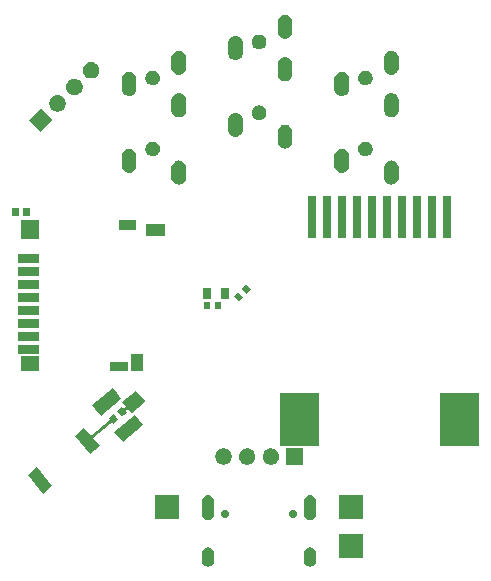
<source format=gbs>
G04 #@! TF.GenerationSoftware,KiCad,Pcbnew,5.1.5+dfsg1-2build2*
G04 #@! TF.CreationDate,2020-11-19T00:01:25+01:00*
G04 #@! TF.ProjectId,OtterCastAudioV2,4f747465-7243-4617-9374-417564696f56,rev?*
G04 #@! TF.SameCoordinates,Original*
G04 #@! TF.FileFunction,Soldermask,Bot*
G04 #@! TF.FilePolarity,Negative*
%FSLAX46Y46*%
G04 Gerber Fmt 4.6, Leading zero omitted, Abs format (unit mm)*
G04 Created by KiCad (PCBNEW 5.1.5+dfsg1-2build2) date 2020-11-19 00:01:25*
%MOMM*%
%LPD*%
G04 APERTURE LIST*
%ADD10C,0.100000*%
G04 APERTURE END LIST*
D10*
G36*
X95781937Y-121082524D02*
G01*
X95879957Y-121112258D01*
X95879960Y-121112260D01*
X95879961Y-121112260D01*
X95970295Y-121160544D01*
X96049475Y-121225525D01*
X96114456Y-121304705D01*
X96162740Y-121395038D01*
X96162742Y-121395042D01*
X96192476Y-121493062D01*
X96200000Y-121569455D01*
X96200000Y-122220545D01*
X96192476Y-122296938D01*
X96162742Y-122394958D01*
X96162740Y-122394961D01*
X96162740Y-122394962D01*
X96114456Y-122485295D01*
X96049475Y-122564475D01*
X95970295Y-122629456D01*
X95879962Y-122677740D01*
X95879958Y-122677742D01*
X95781938Y-122707476D01*
X95680000Y-122717516D01*
X95578063Y-122707476D01*
X95480043Y-122677742D01*
X95480039Y-122677740D01*
X95389706Y-122629456D01*
X95310526Y-122564475D01*
X95245545Y-122485295D01*
X95197260Y-122394962D01*
X95189523Y-122369456D01*
X95167525Y-122296938D01*
X95165679Y-122278196D01*
X95160000Y-122220541D01*
X95160000Y-121569455D01*
X95167524Y-121493063D01*
X95197258Y-121395043D01*
X95197261Y-121395038D01*
X95245544Y-121304705D01*
X95310525Y-121225525D01*
X95389705Y-121160544D01*
X95480038Y-121112260D01*
X95480039Y-121112260D01*
X95480042Y-121112258D01*
X95578062Y-121082524D01*
X95680000Y-121072484D01*
X95781937Y-121082524D01*
G37*
G36*
X104421937Y-121082524D02*
G01*
X104519957Y-121112258D01*
X104519960Y-121112260D01*
X104519961Y-121112260D01*
X104610295Y-121160544D01*
X104689475Y-121225525D01*
X104754456Y-121304705D01*
X104802740Y-121395038D01*
X104802742Y-121395042D01*
X104832476Y-121493062D01*
X104840000Y-121569455D01*
X104840000Y-122220545D01*
X104832476Y-122296938D01*
X104802742Y-122394958D01*
X104802740Y-122394961D01*
X104802740Y-122394962D01*
X104754456Y-122485295D01*
X104689475Y-122564475D01*
X104610295Y-122629456D01*
X104519962Y-122677740D01*
X104519958Y-122677742D01*
X104421938Y-122707476D01*
X104320000Y-122717516D01*
X104218063Y-122707476D01*
X104120043Y-122677742D01*
X104120039Y-122677740D01*
X104029706Y-122629456D01*
X103950526Y-122564475D01*
X103885545Y-122485295D01*
X103837260Y-122394962D01*
X103829523Y-122369456D01*
X103807525Y-122296938D01*
X103805679Y-122278196D01*
X103800000Y-122220541D01*
X103800000Y-121569455D01*
X103807524Y-121493063D01*
X103837258Y-121395043D01*
X103837261Y-121395038D01*
X103885544Y-121304705D01*
X103950525Y-121225525D01*
X104029705Y-121160544D01*
X104120038Y-121112260D01*
X104120039Y-121112260D01*
X104120042Y-121112258D01*
X104218062Y-121082524D01*
X104320000Y-121072484D01*
X104421937Y-121082524D01*
G37*
G36*
X108800000Y-122000000D02*
G01*
X106800000Y-122000000D01*
X106800000Y-120000000D01*
X108800000Y-120000000D01*
X108800000Y-122000000D01*
G37*
G36*
X95781937Y-116652524D02*
G01*
X95879957Y-116682258D01*
X95879960Y-116682260D01*
X95879961Y-116682260D01*
X95970295Y-116730544D01*
X96049475Y-116795525D01*
X96114456Y-116874705D01*
X96162740Y-116965038D01*
X96162742Y-116965042D01*
X96192476Y-117063062D01*
X96200000Y-117139455D01*
X96200000Y-118290545D01*
X96192476Y-118366938D01*
X96162742Y-118464958D01*
X96162740Y-118464961D01*
X96162740Y-118464962D01*
X96114456Y-118555295D01*
X96049475Y-118634475D01*
X95970295Y-118699456D01*
X95879962Y-118747740D01*
X95879958Y-118747742D01*
X95781938Y-118777476D01*
X95680000Y-118787516D01*
X95578063Y-118777476D01*
X95480043Y-118747742D01*
X95480039Y-118747740D01*
X95389706Y-118699456D01*
X95310526Y-118634475D01*
X95245545Y-118555295D01*
X95197261Y-118464962D01*
X95197261Y-118464961D01*
X95197259Y-118464958D01*
X95167525Y-118366938D01*
X95160001Y-118290545D01*
X95160000Y-117139456D01*
X95167524Y-117063063D01*
X95197258Y-116965043D01*
X95197261Y-116965038D01*
X95245544Y-116874705D01*
X95310525Y-116795525D01*
X95389705Y-116730544D01*
X95480038Y-116682260D01*
X95480039Y-116682260D01*
X95480042Y-116682258D01*
X95578062Y-116652524D01*
X95680000Y-116642484D01*
X95781937Y-116652524D01*
G37*
G36*
X104421937Y-116652524D02*
G01*
X104519957Y-116682258D01*
X104519960Y-116682260D01*
X104519961Y-116682260D01*
X104610295Y-116730544D01*
X104689475Y-116795525D01*
X104754456Y-116874705D01*
X104802740Y-116965038D01*
X104802742Y-116965042D01*
X104832476Y-117063062D01*
X104840000Y-117139455D01*
X104840000Y-118290545D01*
X104832476Y-118366938D01*
X104802742Y-118464958D01*
X104802740Y-118464961D01*
X104802740Y-118464962D01*
X104754456Y-118555295D01*
X104689475Y-118634475D01*
X104610295Y-118699456D01*
X104519962Y-118747740D01*
X104519958Y-118747742D01*
X104421938Y-118777476D01*
X104320000Y-118787516D01*
X104218063Y-118777476D01*
X104120043Y-118747742D01*
X104120039Y-118747740D01*
X104029706Y-118699456D01*
X103950526Y-118634475D01*
X103885545Y-118555295D01*
X103837261Y-118464962D01*
X103837261Y-118464961D01*
X103837259Y-118464958D01*
X103807525Y-118366938D01*
X103800001Y-118290545D01*
X103800000Y-117139456D01*
X103807524Y-117063063D01*
X103837258Y-116965043D01*
X103837261Y-116965038D01*
X103885544Y-116874705D01*
X103950525Y-116795525D01*
X104029705Y-116730544D01*
X104120038Y-116682260D01*
X104120039Y-116682260D01*
X104120042Y-116682258D01*
X104218062Y-116652524D01*
X104320000Y-116642484D01*
X104421937Y-116652524D01*
G37*
G36*
X93200000Y-118650000D02*
G01*
X91200000Y-118650000D01*
X91200000Y-116650000D01*
X93200000Y-116650000D01*
X93200000Y-118650000D01*
G37*
G36*
X108800000Y-118650000D02*
G01*
X106800000Y-118650000D01*
X106800000Y-116650000D01*
X108800000Y-116650000D01*
X108800000Y-118650000D01*
G37*
G36*
X102990633Y-117913258D02*
G01*
X103022026Y-117926262D01*
X103053418Y-117939264D01*
X103109925Y-117977022D01*
X103157978Y-118025075D01*
X103195736Y-118081582D01*
X103208738Y-118112974D01*
X103221742Y-118144367D01*
X103235000Y-118211020D01*
X103235000Y-118278980D01*
X103221742Y-118345633D01*
X103212917Y-118366938D01*
X103195736Y-118408418D01*
X103157978Y-118464925D01*
X103109925Y-118512978D01*
X103053418Y-118550736D01*
X103022026Y-118563739D01*
X102990633Y-118576742D01*
X102923980Y-118590000D01*
X102856020Y-118590000D01*
X102789367Y-118576742D01*
X102757974Y-118563739D01*
X102726582Y-118550736D01*
X102670075Y-118512978D01*
X102622022Y-118464925D01*
X102584264Y-118408418D01*
X102567083Y-118366938D01*
X102558258Y-118345633D01*
X102545000Y-118278980D01*
X102545000Y-118211020D01*
X102558258Y-118144367D01*
X102571261Y-118112974D01*
X102584264Y-118081582D01*
X102622022Y-118025075D01*
X102670075Y-117977022D01*
X102726582Y-117939264D01*
X102757974Y-117926262D01*
X102789367Y-117913258D01*
X102856020Y-117900000D01*
X102923980Y-117900000D01*
X102990633Y-117913258D01*
G37*
G36*
X97210633Y-117913258D02*
G01*
X97242026Y-117926262D01*
X97273418Y-117939264D01*
X97329925Y-117977022D01*
X97377978Y-118025075D01*
X97415736Y-118081582D01*
X97428738Y-118112974D01*
X97441742Y-118144367D01*
X97455000Y-118211020D01*
X97455000Y-118278980D01*
X97441742Y-118345633D01*
X97432917Y-118366938D01*
X97415736Y-118408418D01*
X97377978Y-118464925D01*
X97329925Y-118512978D01*
X97273418Y-118550736D01*
X97242026Y-118563739D01*
X97210633Y-118576742D01*
X97143980Y-118590000D01*
X97076020Y-118590000D01*
X97009367Y-118576742D01*
X96977974Y-118563739D01*
X96946582Y-118550736D01*
X96890075Y-118512978D01*
X96842022Y-118464925D01*
X96804264Y-118408418D01*
X96787083Y-118366938D01*
X96778258Y-118345633D01*
X96765000Y-118278980D01*
X96765000Y-118211020D01*
X96778258Y-118144367D01*
X96791261Y-118112974D01*
X96804264Y-118081582D01*
X96842022Y-118025075D01*
X96890075Y-117977022D01*
X96946582Y-117939264D01*
X96977974Y-117926262D01*
X97009367Y-117913258D01*
X97076020Y-117900000D01*
X97143980Y-117900000D01*
X97210633Y-117913258D01*
G37*
G36*
X82512271Y-115868364D02*
G01*
X81715584Y-116536863D01*
X80404297Y-114974132D01*
X81200984Y-114305633D01*
X82512271Y-115868364D01*
G37*
G36*
X101202724Y-112731708D02*
G01*
X101329206Y-112784099D01*
X101443037Y-112860158D01*
X101539842Y-112956963D01*
X101615901Y-113070794D01*
X101668292Y-113197276D01*
X101695000Y-113331548D01*
X101695000Y-113468452D01*
X101668292Y-113602724D01*
X101615901Y-113729206D01*
X101539842Y-113843037D01*
X101443037Y-113939842D01*
X101329206Y-114015901D01*
X101202724Y-114068292D01*
X101068452Y-114095000D01*
X100931548Y-114095000D01*
X100797276Y-114068292D01*
X100670794Y-114015901D01*
X100556963Y-113939842D01*
X100460158Y-113843037D01*
X100384099Y-113729206D01*
X100331708Y-113602724D01*
X100305000Y-113468452D01*
X100305000Y-113331548D01*
X100331708Y-113197276D01*
X100384099Y-113070794D01*
X100460158Y-112956963D01*
X100556963Y-112860158D01*
X100670794Y-112784099D01*
X100797276Y-112731708D01*
X100931548Y-112705000D01*
X101068452Y-112705000D01*
X101202724Y-112731708D01*
G37*
G36*
X99202724Y-112731708D02*
G01*
X99329206Y-112784099D01*
X99443037Y-112860158D01*
X99539842Y-112956963D01*
X99615901Y-113070794D01*
X99668292Y-113197276D01*
X99695000Y-113331548D01*
X99695000Y-113468452D01*
X99668292Y-113602724D01*
X99615901Y-113729206D01*
X99539842Y-113843037D01*
X99443037Y-113939842D01*
X99329206Y-114015901D01*
X99202724Y-114068292D01*
X99068452Y-114095000D01*
X98931548Y-114095000D01*
X98797276Y-114068292D01*
X98670794Y-114015901D01*
X98556963Y-113939842D01*
X98460158Y-113843037D01*
X98384099Y-113729206D01*
X98331708Y-113602724D01*
X98305000Y-113468452D01*
X98305000Y-113331548D01*
X98331708Y-113197276D01*
X98384099Y-113070794D01*
X98460158Y-112956963D01*
X98556963Y-112860158D01*
X98670794Y-112784099D01*
X98797276Y-112731708D01*
X98931548Y-112705000D01*
X99068452Y-112705000D01*
X99202724Y-112731708D01*
G37*
G36*
X103695000Y-114095000D02*
G01*
X102305000Y-114095000D01*
X102305000Y-112705000D01*
X103695000Y-112705000D01*
X103695000Y-114095000D01*
G37*
G36*
X97202724Y-112731708D02*
G01*
X97329206Y-112784099D01*
X97443037Y-112860158D01*
X97539842Y-112956963D01*
X97615901Y-113070794D01*
X97668292Y-113197276D01*
X97695000Y-113331548D01*
X97695000Y-113468452D01*
X97668292Y-113602724D01*
X97615901Y-113729206D01*
X97539842Y-113843037D01*
X97443037Y-113939842D01*
X97329206Y-114015901D01*
X97202724Y-114068292D01*
X97068452Y-114095000D01*
X96931548Y-114095000D01*
X96797276Y-114068292D01*
X96670794Y-114015901D01*
X96556963Y-113939842D01*
X96460158Y-113843037D01*
X96384099Y-113729206D01*
X96331708Y-113602724D01*
X96305000Y-113468452D01*
X96305000Y-113331548D01*
X96331708Y-113197276D01*
X96384099Y-113070794D01*
X96460158Y-112956963D01*
X96556963Y-112860158D01*
X96670794Y-112784099D01*
X96797276Y-112731708D01*
X96931548Y-112705000D01*
X97068452Y-112705000D01*
X97202724Y-112731708D01*
G37*
G36*
X88091089Y-110273394D02*
G01*
X87677425Y-110620499D01*
X87564933Y-110486436D01*
X87561435Y-110483013D01*
X87557330Y-110480335D01*
X87552783Y-110478509D01*
X87547966Y-110477605D01*
X87543065Y-110477659D01*
X87538270Y-110478667D01*
X87533763Y-110480592D01*
X87529720Y-110483358D01*
X87366281Y-110620499D01*
X85936344Y-111820359D01*
X85932917Y-111823862D01*
X85930239Y-111827966D01*
X85928413Y-111832514D01*
X85927509Y-111837330D01*
X85927563Y-111842231D01*
X85928571Y-111847026D01*
X85930496Y-111851533D01*
X85933263Y-111855578D01*
X86495703Y-112525868D01*
X85699016Y-113194367D01*
X84387729Y-111631636D01*
X85184416Y-110963137D01*
X85746856Y-111633427D01*
X85750359Y-111636854D01*
X85754463Y-111639532D01*
X85759011Y-111641358D01*
X85763827Y-111642262D01*
X85768728Y-111642208D01*
X85773523Y-111641200D01*
X85778030Y-111639275D01*
X85782075Y-111636508D01*
X87375449Y-110299508D01*
X87378876Y-110296005D01*
X87381554Y-110291901D01*
X87383380Y-110287353D01*
X87384284Y-110282537D01*
X87384230Y-110277636D01*
X87383222Y-110272841D01*
X87381297Y-110268334D01*
X87378530Y-110264289D01*
X87266041Y-110130230D01*
X87679705Y-109783125D01*
X88091089Y-110273394D01*
G37*
G36*
X105100000Y-112520000D02*
G01*
X101780000Y-112520000D01*
X101780000Y-107980000D01*
X105100000Y-107980000D01*
X105100000Y-112520000D01*
G37*
G36*
X118620000Y-112520000D02*
G01*
X115300000Y-112520000D01*
X115300000Y-107980000D01*
X118620000Y-107980000D01*
X118620000Y-112520000D01*
G37*
G36*
X89826817Y-110272841D02*
G01*
X90202668Y-110720762D01*
X90202668Y-110720763D01*
X88486728Y-112160607D01*
X88049279Y-111639275D01*
X87753950Y-111287316D01*
X87753950Y-111287315D01*
X89469890Y-109847471D01*
X89826817Y-110272841D01*
G37*
G36*
X89581329Y-107807385D02*
G01*
X89584984Y-107808852D01*
X89588284Y-107811006D01*
X89591985Y-107814627D01*
X90361746Y-108731992D01*
X90362445Y-108733014D01*
X90364670Y-108736266D01*
X90366217Y-108739889D01*
X90367028Y-108743744D01*
X90367071Y-108747684D01*
X90366344Y-108751556D01*
X90364877Y-108755211D01*
X90362723Y-108758511D01*
X90359102Y-108762212D01*
X89211924Y-109724810D01*
X89210902Y-109725509D01*
X89207650Y-109727734D01*
X89204027Y-109729281D01*
X89200172Y-109730092D01*
X89196232Y-109730135D01*
X89192360Y-109729408D01*
X89192044Y-109729281D01*
X89188705Y-109727941D01*
X89185405Y-109725787D01*
X89181704Y-109722166D01*
X88890167Y-109374725D01*
X88886664Y-109371298D01*
X88882560Y-109368620D01*
X88878012Y-109366794D01*
X88873196Y-109365890D01*
X88868295Y-109365944D01*
X88863500Y-109366952D01*
X88858993Y-109368877D01*
X88854948Y-109371644D01*
X88702071Y-109499923D01*
X88698644Y-109503426D01*
X88695966Y-109507530D01*
X88694140Y-109512078D01*
X88693236Y-109516894D01*
X88693290Y-109521795D01*
X88694298Y-109526590D01*
X88696223Y-109531097D01*
X88698990Y-109535142D01*
X88797690Y-109652769D01*
X88798389Y-109653791D01*
X88800614Y-109657043D01*
X88802161Y-109660666D01*
X88802972Y-109664521D01*
X88803015Y-109668461D01*
X88802288Y-109672333D01*
X88800821Y-109675988D01*
X88798667Y-109679288D01*
X88795046Y-109682989D01*
X88413912Y-110002798D01*
X88412890Y-110003497D01*
X88409638Y-110005722D01*
X88406015Y-110007269D01*
X88402160Y-110008080D01*
X88398220Y-110008123D01*
X88394348Y-110007396D01*
X88394032Y-110007269D01*
X88390693Y-110005929D01*
X88387393Y-110003775D01*
X88383692Y-110000154D01*
X87999604Y-109542416D01*
X87996681Y-109538143D01*
X87996680Y-109538142D01*
X87995133Y-109534519D01*
X87994322Y-109530664D01*
X87994279Y-109526724D01*
X87995006Y-109522852D01*
X87995430Y-109521795D01*
X87996473Y-109519197D01*
X87998627Y-109515897D01*
X88002248Y-109512196D01*
X88383382Y-109192386D01*
X88387655Y-109189463D01*
X88387656Y-109189462D01*
X88391279Y-109187915D01*
X88395134Y-109187104D01*
X88399074Y-109187061D01*
X88402946Y-109187788D01*
X88406601Y-109189255D01*
X88409901Y-109191409D01*
X88413602Y-109195030D01*
X88512302Y-109312657D01*
X88515804Y-109316084D01*
X88519909Y-109318762D01*
X88524456Y-109320588D01*
X88529273Y-109321492D01*
X88534173Y-109321438D01*
X88538969Y-109320430D01*
X88543476Y-109318505D01*
X88547521Y-109315738D01*
X88700398Y-109187459D01*
X88703825Y-109183956D01*
X88706503Y-109179852D01*
X88708329Y-109175304D01*
X88709233Y-109170488D01*
X88709179Y-109165587D01*
X88708171Y-109160792D01*
X88706246Y-109156285D01*
X88703479Y-109152240D01*
X88411942Y-108804800D01*
X88409019Y-108800527D01*
X88409018Y-108800526D01*
X88407471Y-108796903D01*
X88406660Y-108793048D01*
X88406617Y-108789108D01*
X88407344Y-108785236D01*
X88408811Y-108781581D01*
X88410965Y-108778281D01*
X88414586Y-108774580D01*
X89561765Y-107811983D01*
X89566038Y-107809060D01*
X89566039Y-107809059D01*
X89569662Y-107807512D01*
X89573517Y-107806701D01*
X89577457Y-107806658D01*
X89581329Y-107807385D01*
G37*
G36*
X87972195Y-108062588D02*
G01*
X88338584Y-108499233D01*
X88338584Y-108499234D01*
X86622644Y-109939078D01*
X86146511Y-109371644D01*
X85889866Y-109065787D01*
X85889866Y-109065786D01*
X87605806Y-107625942D01*
X87972195Y-108062588D01*
G37*
G36*
X90195000Y-106195000D02*
G01*
X89155000Y-106195000D01*
X89155000Y-104705000D01*
X90195000Y-104705000D01*
X90195000Y-106195000D01*
G37*
G36*
X88945000Y-106195000D02*
G01*
X87405000Y-106195000D01*
X87405000Y-105355000D01*
X88945000Y-105355000D01*
X88945000Y-106195000D01*
G37*
G36*
X81345000Y-106195000D02*
G01*
X79805000Y-106195000D01*
X79805000Y-104855000D01*
X81345000Y-104855000D01*
X81345000Y-106195000D01*
G37*
G36*
X81345000Y-104695000D02*
G01*
X79555000Y-104695000D01*
X79555000Y-103955000D01*
X81345000Y-103955000D01*
X81345000Y-104695000D01*
G37*
G36*
X81345000Y-103595000D02*
G01*
X79555000Y-103595000D01*
X79555000Y-102855000D01*
X81345000Y-102855000D01*
X81345000Y-103595000D01*
G37*
G36*
X81345000Y-102495000D02*
G01*
X79555000Y-102495000D01*
X79555000Y-101755000D01*
X81345000Y-101755000D01*
X81345000Y-102495000D01*
G37*
G36*
X81345000Y-101395000D02*
G01*
X79555000Y-101395000D01*
X79555000Y-100655000D01*
X81345000Y-100655000D01*
X81345000Y-101395000D01*
G37*
G36*
X96790000Y-100920000D02*
G01*
X96250000Y-100920000D01*
X96250000Y-100280000D01*
X96790000Y-100280000D01*
X96790000Y-100920000D01*
G37*
G36*
X95850000Y-100920000D02*
G01*
X95310000Y-100920000D01*
X95310000Y-100280000D01*
X95850000Y-100280000D01*
X95850000Y-100920000D01*
G37*
G36*
X98684853Y-99917695D02*
G01*
X98303015Y-100299533D01*
X97850467Y-99846985D01*
X98232305Y-99465147D01*
X98684853Y-99917695D01*
G37*
G36*
X81345000Y-100295000D02*
G01*
X79555000Y-100295000D01*
X79555000Y-99555000D01*
X81345000Y-99555000D01*
X81345000Y-100295000D01*
G37*
G36*
X95920000Y-100070000D02*
G01*
X95280000Y-100070000D01*
X95280000Y-99130000D01*
X95920000Y-99130000D01*
X95920000Y-100070000D01*
G37*
G36*
X97420000Y-100070000D02*
G01*
X96780000Y-100070000D01*
X96780000Y-99130000D01*
X97420000Y-99130000D01*
X97420000Y-100070000D01*
G37*
G36*
X99349533Y-99253015D02*
G01*
X98967695Y-99634853D01*
X98515147Y-99182305D01*
X98896985Y-98800467D01*
X99349533Y-99253015D01*
G37*
G36*
X81345000Y-99195000D02*
G01*
X79555000Y-99195000D01*
X79555000Y-98455000D01*
X81345000Y-98455000D01*
X81345000Y-99195000D01*
G37*
G36*
X81345000Y-98095000D02*
G01*
X79555000Y-98095000D01*
X79555000Y-97355000D01*
X81345000Y-97355000D01*
X81345000Y-98095000D01*
G37*
G36*
X81345000Y-96995000D02*
G01*
X79555000Y-96995000D01*
X79555000Y-96255000D01*
X81345000Y-96255000D01*
X81345000Y-96995000D01*
G37*
G36*
X81345000Y-94945000D02*
G01*
X79805000Y-94945000D01*
X79805000Y-93405000D01*
X81345000Y-93405000D01*
X81345000Y-94945000D01*
G37*
G36*
X107395000Y-94870000D02*
G01*
X106655000Y-94870000D01*
X106655000Y-91330000D01*
X107395000Y-91330000D01*
X107395000Y-94870000D01*
G37*
G36*
X106125000Y-94870000D02*
G01*
X105385000Y-94870000D01*
X105385000Y-91330000D01*
X106125000Y-91330000D01*
X106125000Y-94870000D01*
G37*
G36*
X104855000Y-94870000D02*
G01*
X104115000Y-94870000D01*
X104115000Y-91330000D01*
X104855000Y-91330000D01*
X104855000Y-94870000D01*
G37*
G36*
X108665000Y-94870000D02*
G01*
X107925000Y-94870000D01*
X107925000Y-91330000D01*
X108665000Y-91330000D01*
X108665000Y-94870000D01*
G37*
G36*
X109935000Y-94870000D02*
G01*
X109195000Y-94870000D01*
X109195000Y-91330000D01*
X109935000Y-91330000D01*
X109935000Y-94870000D01*
G37*
G36*
X111205000Y-94870000D02*
G01*
X110465000Y-94870000D01*
X110465000Y-91330000D01*
X111205000Y-91330000D01*
X111205000Y-94870000D01*
G37*
G36*
X112475000Y-94870000D02*
G01*
X111735000Y-94870000D01*
X111735000Y-91330000D01*
X112475000Y-91330000D01*
X112475000Y-94870000D01*
G37*
G36*
X115015000Y-94870000D02*
G01*
X114275000Y-94870000D01*
X114275000Y-91330000D01*
X115015000Y-91330000D01*
X115015000Y-94870000D01*
G37*
G36*
X116285000Y-94870000D02*
G01*
X115545000Y-94870000D01*
X115545000Y-91330000D01*
X116285000Y-91330000D01*
X116285000Y-94870000D01*
G37*
G36*
X113745000Y-94870000D02*
G01*
X113005000Y-94870000D01*
X113005000Y-91330000D01*
X113745000Y-91330000D01*
X113745000Y-94870000D01*
G37*
G36*
X92045000Y-94745000D02*
G01*
X90455000Y-94745000D01*
X90455000Y-93705000D01*
X92045000Y-93705000D01*
X92045000Y-94745000D01*
G37*
G36*
X89545000Y-94245000D02*
G01*
X88105000Y-94245000D01*
X88105000Y-93405000D01*
X89545000Y-93405000D01*
X89545000Y-94245000D01*
G37*
G36*
X80590000Y-93020000D02*
G01*
X80050000Y-93020000D01*
X80050000Y-92380000D01*
X80590000Y-92380000D01*
X80590000Y-93020000D01*
G37*
G36*
X79650000Y-93020000D02*
G01*
X79110000Y-93020000D01*
X79110000Y-92380000D01*
X79650000Y-92380000D01*
X79650000Y-93020000D01*
G37*
G36*
X111321541Y-88338972D02*
G01*
X111438415Y-88374425D01*
X111514854Y-88415283D01*
X111546120Y-88431995D01*
X111546122Y-88431996D01*
X111546121Y-88431996D01*
X111640527Y-88509473D01*
X111718004Y-88603879D01*
X111775575Y-88711585D01*
X111811028Y-88828459D01*
X111820000Y-88919553D01*
X111820000Y-89780447D01*
X111811028Y-89871541D01*
X111775575Y-89988415D01*
X111734717Y-90064854D01*
X111718005Y-90096120D01*
X111640527Y-90190527D01*
X111546119Y-90268005D01*
X111546117Y-90268006D01*
X111438414Y-90325575D01*
X111321540Y-90361028D01*
X111200000Y-90372999D01*
X111078459Y-90361028D01*
X110961585Y-90325575D01*
X110885146Y-90284717D01*
X110853880Y-90268005D01*
X110759473Y-90190527D01*
X110681995Y-90096119D01*
X110678703Y-90089959D01*
X110624425Y-89988414D01*
X110588972Y-89871540D01*
X110580000Y-89780446D01*
X110580000Y-88919553D01*
X110588972Y-88828455D01*
X110624424Y-88711590D01*
X110681997Y-88603879D01*
X110759474Y-88509473D01*
X110853880Y-88431996D01*
X110853879Y-88431996D01*
X110853881Y-88431995D01*
X110885147Y-88415283D01*
X110961586Y-88374425D01*
X111078460Y-88338972D01*
X111200000Y-88327001D01*
X111321541Y-88338972D01*
G37*
G36*
X93321541Y-88338972D02*
G01*
X93438415Y-88374425D01*
X93514854Y-88415283D01*
X93546120Y-88431995D01*
X93546122Y-88431996D01*
X93546121Y-88431996D01*
X93640527Y-88509473D01*
X93718004Y-88603879D01*
X93775575Y-88711585D01*
X93811028Y-88828459D01*
X93820000Y-88919553D01*
X93820000Y-89780447D01*
X93811028Y-89871541D01*
X93775575Y-89988415D01*
X93734717Y-90064854D01*
X93718005Y-90096120D01*
X93640527Y-90190527D01*
X93546119Y-90268005D01*
X93546117Y-90268006D01*
X93438414Y-90325575D01*
X93321540Y-90361028D01*
X93200000Y-90372999D01*
X93078459Y-90361028D01*
X92961585Y-90325575D01*
X92885146Y-90284717D01*
X92853880Y-90268005D01*
X92759473Y-90190527D01*
X92681995Y-90096119D01*
X92678703Y-90089959D01*
X92624425Y-89988414D01*
X92588972Y-89871540D01*
X92580000Y-89780446D01*
X92580000Y-88919553D01*
X92588972Y-88828455D01*
X92624424Y-88711590D01*
X92681997Y-88603879D01*
X92759474Y-88509473D01*
X92853880Y-88431996D01*
X92853879Y-88431996D01*
X92853881Y-88431995D01*
X92885147Y-88415283D01*
X92961586Y-88374425D01*
X93078460Y-88338972D01*
X93200000Y-88327001D01*
X93321541Y-88338972D01*
G37*
G36*
X89121541Y-87338972D02*
G01*
X89238415Y-87374425D01*
X89306959Y-87411063D01*
X89346120Y-87431995D01*
X89346122Y-87431996D01*
X89346121Y-87431996D01*
X89440527Y-87509473D01*
X89518004Y-87603879D01*
X89575575Y-87711585D01*
X89611028Y-87828459D01*
X89620000Y-87919553D01*
X89620000Y-88780447D01*
X89611028Y-88871541D01*
X89575575Y-88988415D01*
X89534717Y-89064854D01*
X89518005Y-89096120D01*
X89440527Y-89190527D01*
X89346119Y-89268005D01*
X89346117Y-89268006D01*
X89238414Y-89325575D01*
X89121540Y-89361028D01*
X89000000Y-89372999D01*
X88878459Y-89361028D01*
X88761585Y-89325575D01*
X88685146Y-89284717D01*
X88653880Y-89268005D01*
X88559473Y-89190527D01*
X88481995Y-89096119D01*
X88478703Y-89089959D01*
X88424425Y-88988414D01*
X88388972Y-88871540D01*
X88380000Y-88780446D01*
X88380000Y-87919553D01*
X88388972Y-87828455D01*
X88424424Y-87711590D01*
X88481997Y-87603879D01*
X88559474Y-87509473D01*
X88653880Y-87431996D01*
X88653879Y-87431996D01*
X88653881Y-87431995D01*
X88693042Y-87411063D01*
X88761586Y-87374425D01*
X88878460Y-87338972D01*
X89000000Y-87327001D01*
X89121541Y-87338972D01*
G37*
G36*
X107121541Y-87338972D02*
G01*
X107238415Y-87374425D01*
X107306959Y-87411063D01*
X107346120Y-87431995D01*
X107346122Y-87431996D01*
X107346121Y-87431996D01*
X107440527Y-87509473D01*
X107518004Y-87603879D01*
X107575575Y-87711585D01*
X107611028Y-87828459D01*
X107620000Y-87919553D01*
X107620000Y-88780447D01*
X107611028Y-88871541D01*
X107575575Y-88988415D01*
X107534717Y-89064854D01*
X107518005Y-89096120D01*
X107440527Y-89190527D01*
X107346119Y-89268005D01*
X107346117Y-89268006D01*
X107238414Y-89325575D01*
X107121540Y-89361028D01*
X107000000Y-89372999D01*
X106878459Y-89361028D01*
X106761585Y-89325575D01*
X106685146Y-89284717D01*
X106653880Y-89268005D01*
X106559473Y-89190527D01*
X106481995Y-89096119D01*
X106478703Y-89089959D01*
X106424425Y-88988414D01*
X106388972Y-88871540D01*
X106380000Y-88780446D01*
X106380000Y-87919553D01*
X106388972Y-87828455D01*
X106424424Y-87711590D01*
X106481997Y-87603879D01*
X106559474Y-87509473D01*
X106653880Y-87431996D01*
X106653879Y-87431996D01*
X106653881Y-87431995D01*
X106693042Y-87411063D01*
X106761586Y-87374425D01*
X106878460Y-87338972D01*
X107000000Y-87327001D01*
X107121541Y-87338972D01*
G37*
G36*
X91180847Y-86753826D02*
G01*
X91293680Y-86800563D01*
X91395227Y-86868414D01*
X91481586Y-86954773D01*
X91549437Y-87056320D01*
X91596174Y-87169153D01*
X91620000Y-87288935D01*
X91620000Y-87411065D01*
X91596174Y-87530847D01*
X91549437Y-87643680D01*
X91481586Y-87745227D01*
X91395227Y-87831586D01*
X91293680Y-87899437D01*
X91180847Y-87946174D01*
X91061065Y-87970000D01*
X90938935Y-87970000D01*
X90819153Y-87946174D01*
X90706320Y-87899437D01*
X90604773Y-87831586D01*
X90518414Y-87745227D01*
X90450563Y-87643680D01*
X90403826Y-87530847D01*
X90380000Y-87411065D01*
X90380000Y-87288935D01*
X90403826Y-87169153D01*
X90450563Y-87056320D01*
X90518414Y-86954773D01*
X90604773Y-86868414D01*
X90706320Y-86800563D01*
X90819153Y-86753826D01*
X90938935Y-86730000D01*
X91061065Y-86730000D01*
X91180847Y-86753826D01*
G37*
G36*
X109180847Y-86753826D02*
G01*
X109293680Y-86800563D01*
X109395227Y-86868414D01*
X109481586Y-86954773D01*
X109549437Y-87056320D01*
X109596174Y-87169153D01*
X109620000Y-87288935D01*
X109620000Y-87411065D01*
X109596174Y-87530847D01*
X109549437Y-87643680D01*
X109481586Y-87745227D01*
X109395227Y-87831586D01*
X109293680Y-87899437D01*
X109180847Y-87946174D01*
X109061065Y-87970000D01*
X108938935Y-87970000D01*
X108819153Y-87946174D01*
X108706320Y-87899437D01*
X108604773Y-87831586D01*
X108518414Y-87745227D01*
X108450563Y-87643680D01*
X108403826Y-87530847D01*
X108380000Y-87411065D01*
X108380000Y-87288935D01*
X108403826Y-87169153D01*
X108450563Y-87056320D01*
X108518414Y-86954773D01*
X108604773Y-86868414D01*
X108706320Y-86800563D01*
X108819153Y-86753826D01*
X108938935Y-86730000D01*
X109061065Y-86730000D01*
X109180847Y-86753826D01*
G37*
G36*
X102321541Y-85288972D02*
G01*
X102438415Y-85324425D01*
X102514854Y-85365283D01*
X102546120Y-85381995D01*
X102546122Y-85381996D01*
X102546121Y-85381996D01*
X102640527Y-85459473D01*
X102718004Y-85553879D01*
X102775575Y-85661585D01*
X102796464Y-85730447D01*
X102811028Y-85778459D01*
X102820000Y-85869551D01*
X102820000Y-86730449D01*
X102817697Y-86753827D01*
X102811028Y-86821541D01*
X102775575Y-86938415D01*
X102734717Y-87014854D01*
X102718005Y-87046120D01*
X102640527Y-87140527D01*
X102546119Y-87218005D01*
X102546117Y-87218006D01*
X102438414Y-87275575D01*
X102321540Y-87311028D01*
X102200000Y-87322999D01*
X102078459Y-87311028D01*
X102005634Y-87288937D01*
X101961585Y-87275575D01*
X101885146Y-87234717D01*
X101853880Y-87218005D01*
X101759473Y-87140527D01*
X101681995Y-87046119D01*
X101678703Y-87039959D01*
X101624425Y-86938414D01*
X101588972Y-86821540D01*
X101580000Y-86730446D01*
X101580000Y-85869553D01*
X101588972Y-85778455D01*
X101624424Y-85661590D01*
X101681997Y-85553879D01*
X101759474Y-85459473D01*
X101853880Y-85381996D01*
X101853879Y-85381996D01*
X101853881Y-85381995D01*
X101885147Y-85365283D01*
X101961586Y-85324425D01*
X102078460Y-85288972D01*
X102200000Y-85277001D01*
X102321541Y-85288972D01*
G37*
G36*
X98121541Y-84288972D02*
G01*
X98238415Y-84324425D01*
X98306959Y-84361063D01*
X98346120Y-84381995D01*
X98440527Y-84459473D01*
X98518004Y-84553879D01*
X98575575Y-84661585D01*
X98611028Y-84778459D01*
X98620000Y-84869553D01*
X98620000Y-85730447D01*
X98611028Y-85821541D01*
X98575575Y-85938415D01*
X98534717Y-86014854D01*
X98518005Y-86046120D01*
X98440527Y-86140527D01*
X98346119Y-86218005D01*
X98346117Y-86218006D01*
X98238414Y-86275575D01*
X98121540Y-86311028D01*
X98000000Y-86322999D01*
X97878459Y-86311028D01*
X97761585Y-86275575D01*
X97685146Y-86234717D01*
X97653880Y-86218005D01*
X97559473Y-86140527D01*
X97481995Y-86046119D01*
X97478703Y-86039959D01*
X97424425Y-85938414D01*
X97388972Y-85821540D01*
X97380000Y-85730446D01*
X97380000Y-84869553D01*
X97388972Y-84778455D01*
X97424424Y-84661590D01*
X97481997Y-84553879D01*
X97559474Y-84459473D01*
X97653881Y-84381995D01*
X97693042Y-84361063D01*
X97761586Y-84324425D01*
X97878460Y-84288972D01*
X98000000Y-84277001D01*
X98121541Y-84288972D01*
G37*
G36*
X82493090Y-84911305D02*
G01*
X81501672Y-85885569D01*
X80527408Y-84894151D01*
X81518826Y-83919887D01*
X82493090Y-84911305D01*
G37*
G36*
X100180847Y-83703826D02*
G01*
X100293680Y-83750563D01*
X100395227Y-83818414D01*
X100481586Y-83904773D01*
X100549437Y-84006320D01*
X100596174Y-84119153D01*
X100620000Y-84238935D01*
X100620000Y-84361065D01*
X100596174Y-84480847D01*
X100549437Y-84593680D01*
X100481586Y-84695227D01*
X100395227Y-84781586D01*
X100293680Y-84849437D01*
X100180847Y-84896174D01*
X100061065Y-84920000D01*
X99938935Y-84920000D01*
X99819153Y-84896174D01*
X99706320Y-84849437D01*
X99604773Y-84781586D01*
X99518414Y-84695227D01*
X99450563Y-84593680D01*
X99403826Y-84480847D01*
X99380000Y-84361065D01*
X99380000Y-84238935D01*
X99403826Y-84119153D01*
X99450563Y-84006320D01*
X99518414Y-83904773D01*
X99604773Y-83818414D01*
X99706320Y-83750563D01*
X99819153Y-83703826D01*
X99938935Y-83680000D01*
X100061065Y-83680000D01*
X100180847Y-83703826D01*
G37*
G36*
X93321541Y-82638972D02*
G01*
X93438415Y-82674425D01*
X93514309Y-82714992D01*
X93546120Y-82731995D01*
X93640527Y-82809473D01*
X93692662Y-82872999D01*
X93718004Y-82903879D01*
X93775575Y-83011585D01*
X93811028Y-83128459D01*
X93820000Y-83219553D01*
X93820000Y-84080447D01*
X93811028Y-84171541D01*
X93775575Y-84288415D01*
X93736743Y-84361063D01*
X93718005Y-84396120D01*
X93640527Y-84490527D01*
X93546119Y-84568005D01*
X93546117Y-84568006D01*
X93438414Y-84625575D01*
X93321540Y-84661028D01*
X93200000Y-84672999D01*
X93078459Y-84661028D01*
X92961585Y-84625575D01*
X92885146Y-84584717D01*
X92853880Y-84568005D01*
X92759473Y-84490527D01*
X92681995Y-84396119D01*
X92663257Y-84361063D01*
X92624425Y-84288414D01*
X92588972Y-84171540D01*
X92583812Y-84119152D01*
X92580000Y-84080448D01*
X92580000Y-83219551D01*
X92588972Y-83128459D01*
X92588972Y-83128455D01*
X92624424Y-83011590D01*
X92681997Y-82903879D01*
X92707340Y-82872999D01*
X92759474Y-82809473D01*
X92853881Y-82731995D01*
X92885692Y-82714992D01*
X92961586Y-82674425D01*
X93078460Y-82638972D01*
X93200000Y-82627001D01*
X93321541Y-82638972D01*
G37*
G36*
X111321541Y-82638972D02*
G01*
X111438415Y-82674425D01*
X111514309Y-82714992D01*
X111546120Y-82731995D01*
X111640527Y-82809473D01*
X111692662Y-82872999D01*
X111718004Y-82903879D01*
X111775575Y-83011585D01*
X111811028Y-83128459D01*
X111820000Y-83219553D01*
X111820000Y-84080447D01*
X111811028Y-84171541D01*
X111775575Y-84288415D01*
X111736743Y-84361063D01*
X111718005Y-84396120D01*
X111640527Y-84490527D01*
X111546119Y-84568005D01*
X111546117Y-84568006D01*
X111438414Y-84625575D01*
X111321540Y-84661028D01*
X111200000Y-84672999D01*
X111078459Y-84661028D01*
X110961585Y-84625575D01*
X110885146Y-84584717D01*
X110853880Y-84568005D01*
X110759473Y-84490527D01*
X110681995Y-84396119D01*
X110663257Y-84361063D01*
X110624425Y-84288414D01*
X110588972Y-84171540D01*
X110583812Y-84119152D01*
X110580000Y-84080448D01*
X110580000Y-83219551D01*
X110588972Y-83128459D01*
X110588972Y-83128455D01*
X110624424Y-83011590D01*
X110681997Y-82903879D01*
X110707340Y-82872999D01*
X110759474Y-82809473D01*
X110853881Y-82731995D01*
X110885692Y-82714992D01*
X110961586Y-82674425D01*
X111078460Y-82638972D01*
X111200000Y-82627001D01*
X111321541Y-82638972D01*
G37*
G36*
X83139474Y-82832617D02*
G01*
X83265956Y-82885008D01*
X83379787Y-82961067D01*
X83476592Y-83057872D01*
X83552651Y-83171703D01*
X83605042Y-83298185D01*
X83631750Y-83432457D01*
X83631750Y-83569361D01*
X83605042Y-83703633D01*
X83552651Y-83830115D01*
X83476592Y-83943946D01*
X83379787Y-84040751D01*
X83265956Y-84116810D01*
X83139474Y-84169201D01*
X83005202Y-84195909D01*
X82868298Y-84195909D01*
X82734026Y-84169201D01*
X82607544Y-84116810D01*
X82493713Y-84040751D01*
X82396908Y-83943946D01*
X82320849Y-83830115D01*
X82268458Y-83703633D01*
X82241750Y-83569361D01*
X82241750Y-83432457D01*
X82268458Y-83298185D01*
X82320849Y-83171703D01*
X82396908Y-83057872D01*
X82493713Y-82961067D01*
X82607544Y-82885008D01*
X82734026Y-82832617D01*
X82868298Y-82805909D01*
X83005202Y-82805909D01*
X83139474Y-82832617D01*
G37*
G36*
X89121541Y-80838972D02*
G01*
X89238415Y-80874425D01*
X89314854Y-80915283D01*
X89346120Y-80931995D01*
X89440527Y-81009473D01*
X89492662Y-81072999D01*
X89518004Y-81103879D01*
X89575575Y-81211585D01*
X89583713Y-81238414D01*
X89611028Y-81328459D01*
X89620000Y-81419551D01*
X89620000Y-82280449D01*
X89617895Y-82301816D01*
X89611028Y-82371541D01*
X89575575Y-82488415D01*
X89534717Y-82564854D01*
X89518005Y-82596120D01*
X89440527Y-82690527D01*
X89346119Y-82768005D01*
X89346117Y-82768006D01*
X89238414Y-82825575D01*
X89121540Y-82861028D01*
X89000000Y-82872999D01*
X88878459Y-82861028D01*
X88784800Y-82832617D01*
X88761585Y-82825575D01*
X88685146Y-82784717D01*
X88653880Y-82768005D01*
X88559473Y-82690527D01*
X88481995Y-82596119D01*
X88453137Y-82542129D01*
X88424425Y-82488414D01*
X88388972Y-82371540D01*
X88380000Y-82280446D01*
X88380000Y-81419553D01*
X88388972Y-81328455D01*
X88424424Y-81211590D01*
X88481997Y-81103879D01*
X88507340Y-81072999D01*
X88559474Y-81009473D01*
X88653881Y-80931995D01*
X88685147Y-80915283D01*
X88761586Y-80874425D01*
X88878460Y-80838972D01*
X89000000Y-80827001D01*
X89121541Y-80838972D01*
G37*
G36*
X107121541Y-80838972D02*
G01*
X107238415Y-80874425D01*
X107314854Y-80915283D01*
X107346120Y-80931995D01*
X107440527Y-81009473D01*
X107492662Y-81072999D01*
X107518004Y-81103879D01*
X107575575Y-81211585D01*
X107583713Y-81238414D01*
X107611028Y-81328459D01*
X107620000Y-81419551D01*
X107620000Y-82280449D01*
X107617895Y-82301816D01*
X107611028Y-82371541D01*
X107575575Y-82488415D01*
X107534717Y-82564854D01*
X107518005Y-82596120D01*
X107440527Y-82690527D01*
X107346119Y-82768005D01*
X107346117Y-82768006D01*
X107238414Y-82825575D01*
X107121540Y-82861028D01*
X107000000Y-82872999D01*
X106878459Y-82861028D01*
X106784800Y-82832617D01*
X106761585Y-82825575D01*
X106685146Y-82784717D01*
X106653880Y-82768005D01*
X106559473Y-82690527D01*
X106481995Y-82596119D01*
X106453137Y-82542129D01*
X106424425Y-82488414D01*
X106388972Y-82371540D01*
X106380000Y-82280446D01*
X106380000Y-81419553D01*
X106388972Y-81328455D01*
X106424424Y-81211590D01*
X106481997Y-81103879D01*
X106507340Y-81072999D01*
X106559474Y-81009473D01*
X106653881Y-80931995D01*
X106685147Y-80915283D01*
X106761586Y-80874425D01*
X106878460Y-80838972D01*
X107000000Y-80827001D01*
X107121541Y-80838972D01*
G37*
G36*
X84565974Y-81430799D02*
G01*
X84692456Y-81483190D01*
X84806287Y-81559249D01*
X84903092Y-81656054D01*
X84979151Y-81769885D01*
X85031542Y-81896367D01*
X85058250Y-82030639D01*
X85058250Y-82167543D01*
X85031542Y-82301815D01*
X84979151Y-82428297D01*
X84903092Y-82542128D01*
X84806287Y-82638933D01*
X84692456Y-82714992D01*
X84565974Y-82767383D01*
X84431702Y-82794091D01*
X84294798Y-82794091D01*
X84160526Y-82767383D01*
X84034044Y-82714992D01*
X83920213Y-82638933D01*
X83823408Y-82542128D01*
X83747349Y-82428297D01*
X83694958Y-82301815D01*
X83668250Y-82167543D01*
X83668250Y-82030639D01*
X83694958Y-81896367D01*
X83747349Y-81769885D01*
X83823408Y-81656054D01*
X83920213Y-81559249D01*
X84034044Y-81483190D01*
X84160526Y-81430799D01*
X84294798Y-81404091D01*
X84431702Y-81404091D01*
X84565974Y-81430799D01*
G37*
G36*
X109180847Y-80753826D02*
G01*
X109293680Y-80800563D01*
X109395227Y-80868414D01*
X109481586Y-80954773D01*
X109549437Y-81056320D01*
X109596174Y-81169153D01*
X109620000Y-81288935D01*
X109620000Y-81411065D01*
X109596174Y-81530847D01*
X109549437Y-81643680D01*
X109481586Y-81745227D01*
X109395227Y-81831586D01*
X109293680Y-81899437D01*
X109180847Y-81946174D01*
X109061065Y-81970000D01*
X108938935Y-81970000D01*
X108819153Y-81946174D01*
X108706320Y-81899437D01*
X108604773Y-81831586D01*
X108518414Y-81745227D01*
X108450563Y-81643680D01*
X108403826Y-81530847D01*
X108380000Y-81411065D01*
X108380000Y-81288935D01*
X108403826Y-81169153D01*
X108450563Y-81056320D01*
X108518414Y-80954773D01*
X108604773Y-80868414D01*
X108706320Y-80800563D01*
X108819153Y-80753826D01*
X108938935Y-80730000D01*
X109061065Y-80730000D01*
X109180847Y-80753826D01*
G37*
G36*
X91180847Y-80753826D02*
G01*
X91293680Y-80800563D01*
X91395227Y-80868414D01*
X91481586Y-80954773D01*
X91549437Y-81056320D01*
X91596174Y-81169153D01*
X91620000Y-81288935D01*
X91620000Y-81411065D01*
X91596174Y-81530847D01*
X91549437Y-81643680D01*
X91481586Y-81745227D01*
X91395227Y-81831586D01*
X91293680Y-81899437D01*
X91180847Y-81946174D01*
X91061065Y-81970000D01*
X90938935Y-81970000D01*
X90819153Y-81946174D01*
X90706320Y-81899437D01*
X90604773Y-81831586D01*
X90518414Y-81745227D01*
X90450563Y-81643680D01*
X90403826Y-81530847D01*
X90380000Y-81411065D01*
X90380000Y-81288935D01*
X90403826Y-81169153D01*
X90450563Y-81056320D01*
X90518414Y-80954773D01*
X90604773Y-80868414D01*
X90706320Y-80800563D01*
X90819153Y-80753826D01*
X90938935Y-80730000D01*
X91061065Y-80730000D01*
X91180847Y-80753826D01*
G37*
G36*
X102321541Y-79588972D02*
G01*
X102438415Y-79624425D01*
X102514854Y-79665283D01*
X102546120Y-79681995D01*
X102640527Y-79759473D01*
X102692662Y-79822999D01*
X102718004Y-79853879D01*
X102775575Y-79961585D01*
X102811028Y-80078459D01*
X102820000Y-80169553D01*
X102820000Y-81030447D01*
X102811028Y-81121541D01*
X102775575Y-81238415D01*
X102748571Y-81288935D01*
X102718005Y-81346120D01*
X102640527Y-81440527D01*
X102546119Y-81518005D01*
X102546117Y-81518006D01*
X102438414Y-81575575D01*
X102321540Y-81611028D01*
X102200000Y-81622999D01*
X102078459Y-81611028D01*
X101961585Y-81575575D01*
X101877906Y-81530847D01*
X101853880Y-81518005D01*
X101759473Y-81440527D01*
X101681995Y-81346119D01*
X101672556Y-81328459D01*
X101624425Y-81238414D01*
X101588972Y-81121540D01*
X101580000Y-81030446D01*
X101580000Y-80169553D01*
X101588972Y-80078455D01*
X101624424Y-79961590D01*
X101681997Y-79853879D01*
X101707340Y-79822999D01*
X101759474Y-79759473D01*
X101853881Y-79681995D01*
X101885147Y-79665283D01*
X101961586Y-79624425D01*
X102078460Y-79588972D01*
X102200000Y-79577001D01*
X102321541Y-79588972D01*
G37*
G36*
X85992475Y-80028980D02*
G01*
X86118957Y-80081371D01*
X86232788Y-80157430D01*
X86329593Y-80254235D01*
X86405652Y-80368066D01*
X86458043Y-80494548D01*
X86484751Y-80628820D01*
X86484751Y-80765724D01*
X86458043Y-80899996D01*
X86405652Y-81026478D01*
X86329593Y-81140309D01*
X86232788Y-81237114D01*
X86118957Y-81313173D01*
X85992475Y-81365564D01*
X85858203Y-81392272D01*
X85721299Y-81392272D01*
X85587027Y-81365564D01*
X85460545Y-81313173D01*
X85346714Y-81237114D01*
X85249909Y-81140309D01*
X85173850Y-81026478D01*
X85121459Y-80899996D01*
X85094751Y-80765724D01*
X85094751Y-80628820D01*
X85121459Y-80494548D01*
X85173850Y-80368066D01*
X85249909Y-80254235D01*
X85346714Y-80157430D01*
X85460545Y-80081371D01*
X85587027Y-80028980D01*
X85721299Y-80002272D01*
X85858203Y-80002272D01*
X85992475Y-80028980D01*
G37*
G36*
X93321541Y-79038972D02*
G01*
X93438415Y-79074425D01*
X93514854Y-79115283D01*
X93546120Y-79131995D01*
X93546122Y-79131996D01*
X93546121Y-79131996D01*
X93640527Y-79209473D01*
X93718004Y-79303879D01*
X93775575Y-79411585D01*
X93811028Y-79528459D01*
X93820000Y-79619553D01*
X93820000Y-80480447D01*
X93811028Y-80571541D01*
X93775575Y-80688415D01*
X93740611Y-80753827D01*
X93718005Y-80796120D01*
X93640527Y-80890527D01*
X93546119Y-80968005D01*
X93546117Y-80968006D01*
X93438414Y-81025575D01*
X93422346Y-81030449D01*
X93321540Y-81061028D01*
X93200000Y-81072999D01*
X93078459Y-81061028D01*
X92961585Y-81025575D01*
X92885146Y-80984717D01*
X92853880Y-80968005D01*
X92759473Y-80890527D01*
X92681995Y-80796119D01*
X92678703Y-80789959D01*
X92624425Y-80688414D01*
X92588972Y-80571540D01*
X92580000Y-80480446D01*
X92580000Y-79619553D01*
X92588972Y-79528455D01*
X92624424Y-79411590D01*
X92681997Y-79303879D01*
X92759474Y-79209473D01*
X92853880Y-79131996D01*
X92853879Y-79131996D01*
X92853881Y-79131995D01*
X92885147Y-79115283D01*
X92961586Y-79074425D01*
X93078460Y-79038972D01*
X93200000Y-79027001D01*
X93321541Y-79038972D01*
G37*
G36*
X111321541Y-79038972D02*
G01*
X111438415Y-79074425D01*
X111514854Y-79115283D01*
X111546120Y-79131995D01*
X111546122Y-79131996D01*
X111546121Y-79131996D01*
X111640527Y-79209473D01*
X111718004Y-79303879D01*
X111775575Y-79411585D01*
X111811028Y-79528459D01*
X111820000Y-79619553D01*
X111820000Y-80480447D01*
X111811028Y-80571541D01*
X111775575Y-80688415D01*
X111740611Y-80753827D01*
X111718005Y-80796120D01*
X111640527Y-80890527D01*
X111546119Y-80968005D01*
X111546117Y-80968006D01*
X111438414Y-81025575D01*
X111422346Y-81030449D01*
X111321540Y-81061028D01*
X111200000Y-81072999D01*
X111078459Y-81061028D01*
X110961585Y-81025575D01*
X110885146Y-80984717D01*
X110853880Y-80968005D01*
X110759473Y-80890527D01*
X110681995Y-80796119D01*
X110678703Y-80789959D01*
X110624425Y-80688414D01*
X110588972Y-80571540D01*
X110580000Y-80480446D01*
X110580000Y-79619553D01*
X110588972Y-79528455D01*
X110624424Y-79411590D01*
X110681997Y-79303879D01*
X110759474Y-79209473D01*
X110853880Y-79131996D01*
X110853879Y-79131996D01*
X110853881Y-79131995D01*
X110885147Y-79115283D01*
X110961586Y-79074425D01*
X111078460Y-79038972D01*
X111200000Y-79027001D01*
X111321541Y-79038972D01*
G37*
G36*
X98121541Y-77788972D02*
G01*
X98238415Y-77824425D01*
X98314854Y-77865283D01*
X98346120Y-77881995D01*
X98440527Y-77959473D01*
X98492662Y-78022999D01*
X98518004Y-78053879D01*
X98575575Y-78161585D01*
X98611028Y-78278459D01*
X98620000Y-78369553D01*
X98620000Y-79230447D01*
X98611028Y-79321541D01*
X98575575Y-79438415D01*
X98534717Y-79514854D01*
X98518005Y-79546120D01*
X98440527Y-79640527D01*
X98346119Y-79718005D01*
X98346117Y-79718006D01*
X98238414Y-79775575D01*
X98121540Y-79811028D01*
X98000000Y-79822999D01*
X97878459Y-79811028D01*
X97761585Y-79775575D01*
X97685146Y-79734717D01*
X97653880Y-79718005D01*
X97559473Y-79640527D01*
X97481995Y-79546119D01*
X97472556Y-79528459D01*
X97424425Y-79438414D01*
X97388972Y-79321540D01*
X97380000Y-79230446D01*
X97380000Y-78369553D01*
X97388972Y-78278455D01*
X97424424Y-78161590D01*
X97481997Y-78053879D01*
X97507340Y-78022999D01*
X97559474Y-77959473D01*
X97653881Y-77881995D01*
X97685147Y-77865283D01*
X97761586Y-77824425D01*
X97878460Y-77788972D01*
X98000000Y-77777001D01*
X98121541Y-77788972D01*
G37*
G36*
X100180847Y-77703826D02*
G01*
X100293680Y-77750563D01*
X100395227Y-77818414D01*
X100481586Y-77904773D01*
X100549437Y-78006320D01*
X100596174Y-78119153D01*
X100620000Y-78238935D01*
X100620000Y-78361065D01*
X100596174Y-78480847D01*
X100549437Y-78593680D01*
X100481586Y-78695227D01*
X100395227Y-78781586D01*
X100293680Y-78849437D01*
X100180847Y-78896174D01*
X100061065Y-78920000D01*
X99938935Y-78920000D01*
X99819153Y-78896174D01*
X99706320Y-78849437D01*
X99604773Y-78781586D01*
X99518414Y-78695227D01*
X99450563Y-78593680D01*
X99403826Y-78480847D01*
X99380000Y-78361065D01*
X99380000Y-78238935D01*
X99403826Y-78119153D01*
X99450563Y-78006320D01*
X99518414Y-77904773D01*
X99604773Y-77818414D01*
X99706320Y-77750563D01*
X99819153Y-77703826D01*
X99938935Y-77680000D01*
X100061065Y-77680000D01*
X100180847Y-77703826D01*
G37*
G36*
X102321541Y-75988972D02*
G01*
X102438415Y-76024425D01*
X102514854Y-76065283D01*
X102546120Y-76081995D01*
X102546122Y-76081996D01*
X102546121Y-76081996D01*
X102640527Y-76159473D01*
X102718004Y-76253879D01*
X102775575Y-76361585D01*
X102811028Y-76478459D01*
X102820000Y-76569553D01*
X102820000Y-77430447D01*
X102811028Y-77521541D01*
X102775575Y-77638415D01*
X102740611Y-77703827D01*
X102718005Y-77746120D01*
X102640527Y-77840527D01*
X102546119Y-77918005D01*
X102546117Y-77918006D01*
X102438414Y-77975575D01*
X102337060Y-78006320D01*
X102321540Y-78011028D01*
X102200000Y-78022999D01*
X102078459Y-78011028D01*
X101961585Y-77975575D01*
X101885146Y-77934717D01*
X101853880Y-77918005D01*
X101759473Y-77840527D01*
X101681995Y-77746119D01*
X101678703Y-77739959D01*
X101624425Y-77638414D01*
X101588972Y-77521540D01*
X101580000Y-77430446D01*
X101580000Y-76569553D01*
X101588972Y-76478455D01*
X101624424Y-76361590D01*
X101681997Y-76253879D01*
X101759474Y-76159473D01*
X101853880Y-76081996D01*
X101853879Y-76081996D01*
X101853881Y-76081995D01*
X101885147Y-76065283D01*
X101961586Y-76024425D01*
X102078460Y-75988972D01*
X102200000Y-75977001D01*
X102321541Y-75988972D01*
G37*
M02*

</source>
